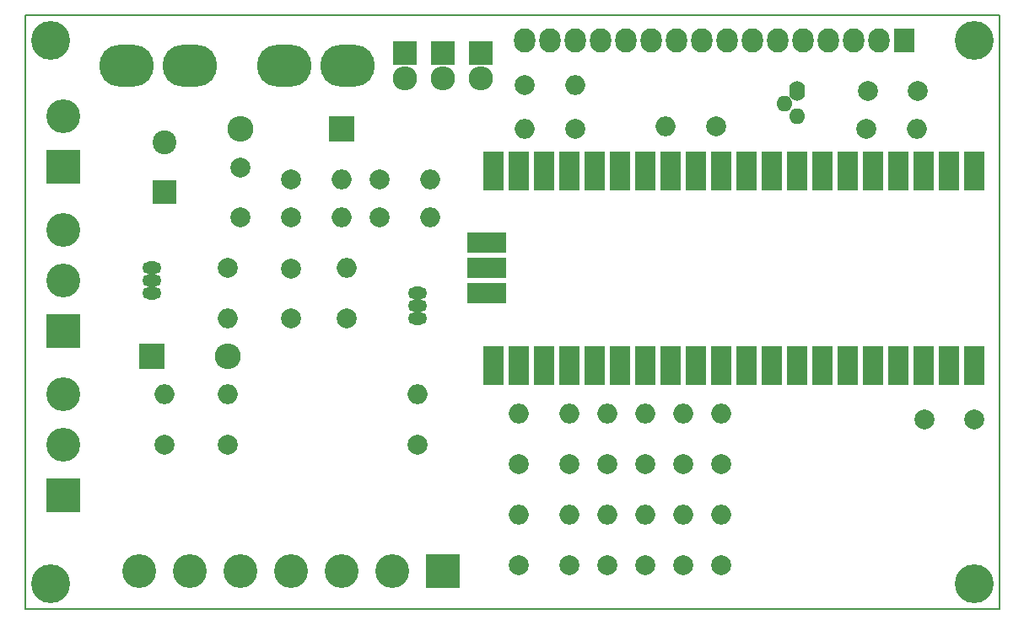
<source format=gbr>
G04 #@! TF.FileFunction,Soldermask,Top*
%FSLAX46Y46*%
G04 Gerber Fmt 4.6, Leading zero omitted, Abs format (unit mm)*
G04 Created by KiCad (PCBNEW 4.0.5+dfsg1-4+deb9u1) date Tue Oct 18 20:11:00 2022*
%MOMM*%
%LPD*%
G01*
G04 APERTURE LIST*
%ADD10C,0.100000*%
%ADD11C,0.150000*%
%ADD12O,2.100000X2.100000*%
%ADD13R,2.100000X2.100000*%
%ADD14R,2.100000X3.900000*%
%ADD15R,3.900000X2.100000*%
%ADD16C,2.000000*%
%ADD17O,2.000000X2.000000*%
%ADD18R,3.400000X3.400000*%
%ADD19C,3.400000*%
%ADD20C,3.900000*%
%ADD21R,2.127200X2.432000*%
%ADD22O,2.127200X2.432000*%
%ADD23R,2.400000X2.400000*%
%ADD24C,2.400000*%
%ADD25R,2.600000X2.600000*%
%ADD26O,2.600000X2.600000*%
%ADD27O,5.480000X4.240000*%
%ADD28R,2.432000X2.432000*%
%ADD29O,2.432000X2.432000*%
%ADD30O,1.901140X1.299160*%
%ADD31O,1.600000X2.000000*%
%ADD32O,1.600000X1.600000*%
G04 APERTURE END LIST*
D10*
D11*
X193802000Y-68834000D02*
X193802000Y-128524000D01*
X96012000Y-68834000D02*
X193802000Y-68834000D01*
X96012000Y-128524000D02*
X96012000Y-68834000D01*
X193802000Y-128524000D02*
X96012000Y-128524000D01*
D12*
X191262000Y-85344000D03*
X188722000Y-85344000D03*
D13*
X186182000Y-85344000D03*
D12*
X183642000Y-85344000D03*
X181102000Y-85344000D03*
X178562000Y-85344000D03*
X176022000Y-85344000D03*
D13*
X173482000Y-85344000D03*
D12*
X170942000Y-85344000D03*
X168402000Y-85344000D03*
X165862000Y-85344000D03*
X163322000Y-85344000D03*
D13*
X160782000Y-85344000D03*
D12*
X158242000Y-85344000D03*
X155702000Y-85344000D03*
X153162000Y-85344000D03*
X150622000Y-85344000D03*
D13*
X148082000Y-85344000D03*
D12*
X145542000Y-85344000D03*
X143002000Y-85344000D03*
X143002000Y-103124000D03*
X145542000Y-103124000D03*
D13*
X148082000Y-103124000D03*
D12*
X150622000Y-103124000D03*
X153162000Y-103124000D03*
X155702000Y-103124000D03*
X158242000Y-103124000D03*
D13*
X160782000Y-103124000D03*
D12*
X163322000Y-103124000D03*
X165862000Y-103124000D03*
X168402000Y-103124000D03*
X170942000Y-103124000D03*
D13*
X173482000Y-103124000D03*
D12*
X176022000Y-103124000D03*
X178562000Y-103124000D03*
X181102000Y-103124000D03*
X183642000Y-103124000D03*
D13*
X186182000Y-103124000D03*
D12*
X188722000Y-103124000D03*
X191262000Y-103124000D03*
D14*
X191262000Y-84444000D03*
X188722000Y-84444000D03*
X186182000Y-84444000D03*
X183642000Y-84444000D03*
X181102000Y-84444000D03*
X178562000Y-84444000D03*
X176022000Y-84444000D03*
X173482000Y-84444000D03*
X170942000Y-84444000D03*
X168402000Y-84444000D03*
X165862000Y-84444000D03*
X163322000Y-84444000D03*
X160782000Y-84444000D03*
X158242000Y-84444000D03*
X155702000Y-84444000D03*
X153162000Y-84444000D03*
X150622000Y-84444000D03*
X148082000Y-84444000D03*
X145542000Y-84444000D03*
X143002000Y-84444000D03*
X191262000Y-104024000D03*
X188722000Y-104024000D03*
X186182000Y-104024000D03*
X183642000Y-104024000D03*
X181102000Y-104024000D03*
X178562000Y-104024000D03*
X176022000Y-104024000D03*
X173482000Y-104024000D03*
X170942000Y-104024000D03*
X168402000Y-104024000D03*
X165862000Y-104024000D03*
X163322000Y-104024000D03*
X160782000Y-104024000D03*
X158242000Y-104024000D03*
X155702000Y-104024000D03*
X153162000Y-104024000D03*
X150622000Y-104024000D03*
X148082000Y-104024000D03*
X145542000Y-104024000D03*
X143002000Y-104024000D03*
D15*
X142332000Y-91694000D03*
D12*
X143232000Y-91694000D03*
D15*
X142332000Y-94234000D03*
D13*
X143232000Y-94234000D03*
D15*
X142332000Y-96774000D03*
D12*
X143232000Y-96774000D03*
D16*
X146177000Y-75819000D03*
D17*
X151257000Y-75819000D03*
D18*
X99822000Y-100584000D03*
D19*
X99822000Y-95504000D03*
X99822000Y-90424000D03*
D20*
X191262000Y-125984000D03*
X191262000Y-71374000D03*
X98552000Y-71374000D03*
X98552000Y-125984000D03*
D21*
X184277000Y-71374000D03*
D22*
X181737000Y-71374000D03*
X179197000Y-71374000D03*
X176657000Y-71374000D03*
X174117000Y-71374000D03*
X171577000Y-71374000D03*
X169037000Y-71374000D03*
X166497000Y-71374000D03*
X163957000Y-71374000D03*
X161417000Y-71374000D03*
X158877000Y-71374000D03*
X156337000Y-71374000D03*
X153797000Y-71374000D03*
X151257000Y-71374000D03*
X148717000Y-71374000D03*
X146177000Y-71374000D03*
D23*
X109982000Y-86614000D03*
D24*
X109982000Y-81614000D03*
D16*
X180594000Y-76454000D03*
X185594000Y-76454000D03*
X122682000Y-99314000D03*
X122682000Y-94314000D03*
X191262000Y-109474000D03*
X186262000Y-109474000D03*
X117602000Y-89154000D03*
X117602000Y-84154000D03*
D25*
X127762000Y-80264000D03*
D26*
X117602000Y-80264000D03*
D25*
X108712000Y-103124000D03*
D26*
X116332000Y-103124000D03*
D27*
X106172000Y-73914000D03*
X112522000Y-73914000D03*
X122047000Y-73914000D03*
X128397000Y-73914000D03*
D18*
X99822000Y-84074000D03*
D19*
X99822000Y-78994000D03*
D18*
X99822000Y-117094000D03*
D19*
X99822000Y-112014000D03*
X99822000Y-106934000D03*
D28*
X141732000Y-72644000D03*
D29*
X141732000Y-75184000D03*
D28*
X137922000Y-72644000D03*
D29*
X137922000Y-75184000D03*
D28*
X134112000Y-72644000D03*
D29*
X134112000Y-75184000D03*
D19*
X112522000Y-124714000D03*
X132842000Y-124714000D03*
X127762000Y-124714000D03*
D18*
X137922000Y-124714000D03*
D19*
X122682000Y-124714000D03*
X117602000Y-124714000D03*
X107442000Y-124714000D03*
D16*
X116332000Y-112014000D03*
D17*
X116332000Y-106934000D03*
D16*
X116332000Y-94234000D03*
D17*
X116332000Y-99314000D03*
D16*
X109982000Y-112014000D03*
D17*
X109982000Y-106934000D03*
D16*
X128270000Y-99314000D03*
D17*
X128270000Y-94234000D03*
D16*
X165354000Y-80010000D03*
D17*
X160274000Y-80010000D03*
D16*
X135382000Y-112014000D03*
D17*
X135382000Y-106934000D03*
D16*
X180467000Y-80264000D03*
D17*
X185547000Y-80264000D03*
D16*
X151257000Y-80264000D03*
D17*
X146177000Y-80264000D03*
D30*
X108712000Y-95504000D03*
X108712000Y-96774000D03*
X108712000Y-94234000D03*
X135382000Y-98044000D03*
X135382000Y-96774000D03*
X135382000Y-99314000D03*
D31*
X173482000Y-76454000D03*
D32*
X172212000Y-77724000D03*
X173482000Y-78994000D03*
D16*
X165862000Y-113919000D03*
D17*
X165862000Y-108839000D03*
D16*
X162052000Y-113919000D03*
D17*
X162052000Y-108839000D03*
D16*
X158242000Y-113919000D03*
D17*
X158242000Y-108839000D03*
D16*
X154432000Y-113919000D03*
D17*
X154432000Y-108839000D03*
D16*
X150622000Y-113919000D03*
D17*
X150622000Y-108839000D03*
D16*
X145542000Y-113919000D03*
D17*
X145542000Y-108839000D03*
D16*
X131572000Y-89154000D03*
D17*
X136652000Y-89154000D03*
D16*
X131572000Y-85344000D03*
D17*
X136652000Y-85344000D03*
D16*
X165862000Y-124079000D03*
D17*
X165862000Y-118999000D03*
D16*
X162052000Y-124079000D03*
D17*
X162052000Y-118999000D03*
D16*
X158242000Y-124079000D03*
D17*
X158242000Y-118999000D03*
D16*
X154432000Y-124079000D03*
D17*
X154432000Y-118999000D03*
D16*
X150622000Y-124079000D03*
D17*
X150622000Y-118999000D03*
D16*
X145542000Y-124079000D03*
D17*
X145542000Y-118999000D03*
D16*
X122682000Y-89154000D03*
D17*
X127762000Y-89154000D03*
D16*
X122682000Y-85344000D03*
D17*
X127762000Y-85344000D03*
M02*

</source>
